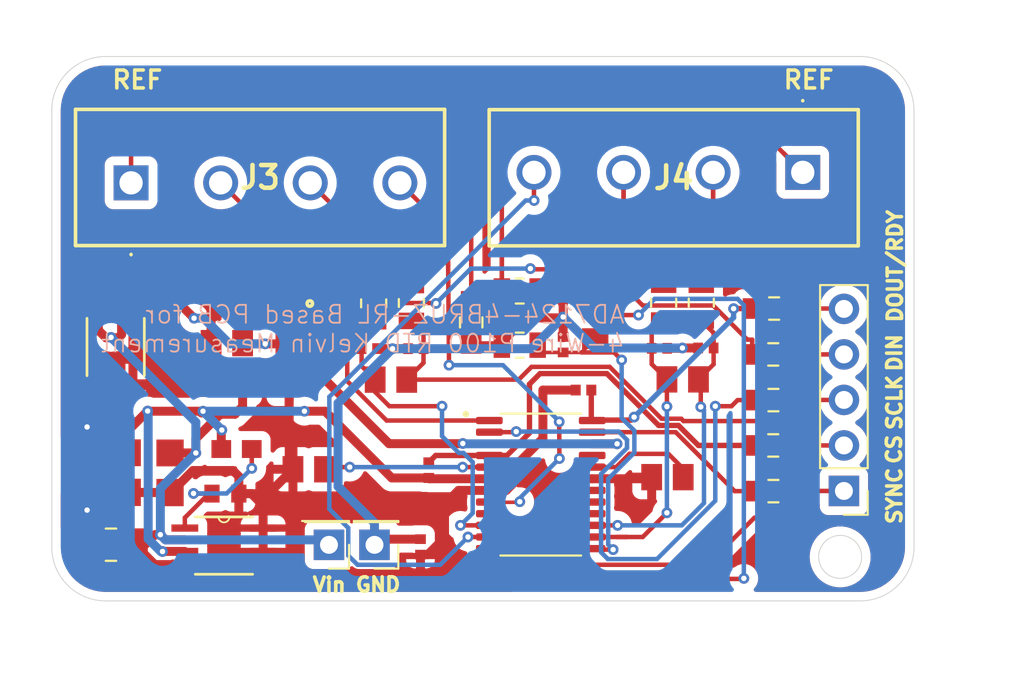
<source format=kicad_pcb>
(kicad_pcb (version 20240108) (generator "pcbnew") (generator_version "8.0")
  (layers (0 "F.Cu" signal) (31 "B.Cu" jumper) (34 "B.Paste" user) (35 "F.Paste" user) (36 "B.SilkS" user "B.Silkscreen") (37 "F.SilkS" user "F.Silkscreen") (38 "B.Mask" user) (39 "F.Mask" user) (44 "Edge.Cuts" user))
  (net 0 "")
  (net 1 "GND")
  (net 2 "Vin")
  (net 3 "ADC AVDD")
  (net 4 "ADC IOVDD")
  (net 5 "Net-(U1-REGCAPA)")
  (net 6 "/AIN1")
  (net 7 "/AIN2")
  (net 8 "Net-(U1-REGCAPD)")
  (net 9 "/AIN4")
  (net 10 "/AIN5")
  (net 11 "/REFIN1+")
  (net 12 "/REFIN1-")
  (net 13 "Net-(J2-Pin_2)")
  (net 14 "Net-(J2-Pin_4)")
  (net 15 "Net-(J2-Pin_1)")
  (net 16 "Net-(J2-Pin_3)")
  (net 17 "Net-(J2-Pin_5)")
  (net 18 "/REF")
  (net 19 "/RL3_SNR1")
  (net 20 "/RL2_SNR1")
  (net 21 "/RL1_SNR1")
  (net 22 "/RL2_SNR2")
  (net 23 "/RL1_SNR2")
  (net 24 "/RL3_SNR2")
  (net 25 "Net-(U2-ADJ)")
  (net 26 "Net-(R10-Pad1)")
  (net 27 "/CS")
  (net 28 "/DOUT{slash}RDY")
  (net 29 "/DIN")
  (net 30 "/SCLK")
  (net 31 "/SYNC")
  (net 37 "GNDA")
  (footprint "RT0402FRE0710KL:RESC1005X35N" (layer "F.Cu") (at 108.185 95.08 180)
    (property "Reference" "R12" (hide yes))
    (property "Value" "RT0402FRE0710KL" (hide yes))
  )
  (footprint "CC0805ZKY5V7BB475:CC0805ZKY5V7BB475" (layer "F.Cu") (at 85.11 99.6949 90)
    (property "Reference" "C4" (hide yes))
    (property "Value" "CC0805ZKY5V7BB475" (hide yes))
  )
  (footprint "AD7124-4BRUZ-RL:SOP65P640X120-24N" (layer "F.Cu") (at 105.8 100.355)
    (property "Reference" "U1" (hide yes))
    (property "Value" "AD7124-4BRUZ-RL" (hide yes))
  )
  (footprint "GCM155R71H103KA55D:CAPC1005X55N" (layer "F.Cu") (at 112.4234 92.7494)
    (property "Reference" "C14" (hide yes))
    (property "Value" "GCM155R71H103KA55D" (hide yes))
  )
  (footprint "CC0805ZKY5V7BB475:CC0805ZKY5V7BB475" (layer "F.Cu") (at 91.76 93.6049 90)
    (property "Reference" "C3" (hide yes))
    (property "Value" "CC0805ZKY5V7BB475" (hide yes))
  )
  (footprint "ERJ-UP6D20R0V:RES_ERJ-UP6D20R0V" (layer "F.Cu") (at 118.825 90.53 180)
    (property "Reference" "R18" (hide yes))
    (property "Value" "ERJ-UP6D20R0V" (hide yes))
  )
  (footprint "Connector_PinHeader_2.54mm:PinHeader_1x01_P2.54mm_Vertical" (layer "F.Cu") (at 93.98 103.718 180)
    (property "Reference" "J5" (hide yes))
    (property "Value" "VIn" (hide yes))
  )
  (footprint "GCM155R71H103KA55D:CAPC1005X55N" (layer "F.Cu") (at 99.088 103.832 -90)
    (property "Reference" "R15" (hide yes))
    (property "Value" "R" (hide yes))
  )
  (footprint "CRCW08051K00JNEA:RESC2012X50N" (layer "F.Cu") (at 112.6588 90.2 -90)
    (property "Reference" "R17" (hide yes))
    (property "Value" "CRCW08051K00JNEA " (hide yes))
  )
  (footprint "GCM155R71H103KA55D:CAPC1005X55N" (layer "F.Cu") (at 96.2326 92.7648)
    (property "Reference" "C11" (hide yes))
    (property "Value" "GCM155R71H103KA55D" (hide yes))
  )
  (footprint "GCM155R71H103KA55D:CAPC1005X55N" (layer "F.Cu") (at 107.05 92.548 90)
    (property "Reference" "C19" (hide yes))
    (property "Value" "GCM155R71H103KA55D" (hide yes))
  )
  (footprint "CC0805ZKY5V7BB475:CC0805ZKY5V7BB475" (layer "F.Cu") (at 82.72 99.6851 90)
    (property "Reference" "C7" (hide yes))
    (property "Value" "CC0805ZKY5V7BB475" (hide yes))
  )
  (footprint "CTB5202_4:CTB52024" (layer "F.Cu") (at 120.4214 82.931 180)
    (property "Reference" "J4")
    (property "Value" "CTB5202_4" (hide yes))
  )
  (footprint "ADP1720ARMZ-3.3-R7:SOP65P490X110-8N" (layer "F.Cu") (at 82.0748 92.6756 -90)
    (property "Reference" "IC1" (hide yes))
    (property "Value" "ADP1720ARMZ-3.3-R7" (hide yes))
  )
  (footprint "ERA2AEB301X:RES_ERA2AEB301X" (layer "F.Cu") (at 105.3442 91.0492)
    (property "Reference" "R10" (hide yes))
    (property "Value" "ERA2AEB301X" (hide yes))
  )
  (footprint "CTB5202_4:CTB52024" (layer "F.Cu") (at 82.9348 83.5152)
    (property "Reference" "J3")
    (property "Value" "CTB5202_4" (hide yes))
  )
  (footprint "ERJ-UP6D20R0V:RES_ERJ-UP6D20R0V" (layer "F.Cu") (at 118.775 93.09 180)
    (property "Reference" "R7" (hide yes))
    (property "Value" "ERJ-UP6D20R0V" (hide yes))
  )
  (footprint "CRCW08051K00JNEA:RESC2012X50N" (layer "F.Cu") (at 98.58 90.22 -90)
    (property "Reference" "R3" (hide yes))
    (property "Value" "CRCW08051K00JNEA " (hide yes))
  )
  (footprint "08055C104J4Z2A:CAPC2012X94N" (layer "F.Cu") (at 80.4844 99.3003 -90)
    (property "Reference" "C8" (hide yes))
    (property "Value" "08055C104J4Z2A" (hide yes))
  )
  (footprint "08055C104J4Z2A:CAPC2012X94N" (layer "F.Cu") (at 112.87 99.94 180)
    (property "Reference" "C9" (hide yes))
    (property "Value" "08055C104J4Z2A" (hide yes))
  )
  (footprint "RT0402FRE0710KL:RESC1005X35N" (layer "F.Cu") (at 99.55 99.55 -90)
    (property "Reference" "R11" (hide yes))
    (property "Value" "RT0402FRE0710KL" (hide yes))
  )
  (footprint "GCM155R71H103KA55D:CAPC1005X55N" (layer "F.Cu") (at 115.0146 92.7314 180)
    (property "Reference" "C15" (hide yes))
    (property "Value" "GCM155R71H103KA55D" (hide yes))
  )
  (footprint "ERA6AEB512V:RES_ERA6AEB512V" (layer "F.Cu") (at 101.9192 91.3032 90)
    (property "Reference" "R9" (hide yes))
    (property "Value" "ERA6AEB512V" (hide yes))
  )
  (footprint "ERJ-UP6D20R0V:RES_ERJ-UP6D20R0V" (layer "F.Cu") (at 118.785 100.72 180)
    (property "Reference" "R14" (hide yes))
    (property "Value" "ERJ-UP6D20R0V" (hide yes))
  )
  (footprint "ERJ3GEYJ273V:RESC1608X55" (layer "F.Cu") (at 88.82 98.37 180)
    (property "Reference" "R1" (hide yes))
    (property "Value" "ERJ-3GEYJ273V" (hide yes))
  )
  (footprint "CRCW08051K00JNEA:RESC2012X50N" (layer "F.Cu") (at 104.6276 92.5732)
    (property "Reference" "R6" (hide yes))
    (property "Value" "CRCW08051K00JNEA " (hide yes))
  )
  (footprint "08055C104J4Z2A:CAPC2012X94N" (layer "F.Cu") (at 88.28 92.46 180)
    (property "Reference" "C5" (hide yes))
    (property "Value" "08055C104J4Z2A" (hide yes))
  )
  (footprint "CRCW08051K00JNEA:RESC2012X50N" (layer "F.Cu") (at 96.4744 90.2398 -90)
    (property "Reference" "R4" (hide yes))
    (property "Value" "CRCW08051K00JNEA " (hide yes))
  )
  (footprint "C1206F105M5RACAUTO7210:C1206" (layer "F.Cu") (at 90.56 90.25 180)
    (property "Reference" "C6" (hide yes))
    (property "Value" "C1206F105M5RACAUTO7210" (hide yes))
  )
  (footprint "CGA5L3X5R1H106K160AB:CAPC3216X190N" (layer "F.Cu") (at 81.814 103.71 180)
    (property "Reference" "C2" (hide yes))
    (property "Value" "CGA5L3X5R1H106K160AB" (hide yes))
  )
  (footprint "CRCW08051K00JNEA:RESC2012X50N" (layer "F.Cu") (at 104.6276 89.5506)
    (property "Reference" "R5" (hide yes))
    (property "Value" "CRCW08051K00JNEA " (hide yes))
  )
  (footprint "08055C104J4Z2A:CAPC2012X94N" (layer "F.Cu") (at 97.4392 94.4976 180)
    (property "Reference" "C12" (hide yes))
    (property "Value" "08055C104J4Z2A" (hide yes))
  )
  (footprint "ERJ-UP6D20R0V:RES_ERJ-UP6D20R0V" (layer "F.Cu") (at 118.775 98.17 180)
    (property "Reference" "R13" (hide yes))
    (property "Value" "ERJ-UP6D20R0V" (hide yes))
  )
  (footprint "Connector_PinHeader_2.54mm:PinHeader_1x01_P2.54mm_Vertical" (layer "F.Cu") (at 96.52 103.718 180)
    (property "Reference" "J6" (hide yes))
    (property "Value" "GND" (hide yes))
  )
  (footprint "CRCW08051K00JNEA:RESC2012X50N" (layer "F.Cu") (at 114.76 90.2 -90)
    (property "Reference" "R19" (hide yes))
    (property "Value" "CRCW08051K00JNEA " (hide yes))
  )
  (footprint "Connector_PinHeader_2.54mm:PinHeader_1x05_P2.54mm_Vertical" (layer "F.Cu") (at 122.72 100.71 180)
    (property "Reference" "J2" (hide yes))
    (property "Value" "Screw_Terminal_01x05" (hide yes))
  )
  (footprint "ERJ-UP6D20R0V:RES_ERJ-UP6D20R0V" (layer "F.Cu") (at 118.785 95.64 180)
    (property "Reference" "R8" (hide yes))
    (property "Value" "ERJ-UP6D20R0V" (hide yes))
  )
  (footprint "GCM155R71H103KA55D:CAPC1005X55N" (layer "F.Cu") (at 98.8236 92.77 180)
    (property "Reference" "C10" (hide yes))
    (property "Value" "GCM155R71H103KA55D" (hide yes))
  )
  (footprint "08055C104J4Z2A:CAPC2012X94N" (layer "F.Cu") (at 92.85 99.5 180)
    (property "Reference" "C13" (hide yes))
    (property "Value" "08055C104J4Z2A" (hide yes))
  )
  (footprint "ADP1720ARMZ-R7:SOP65P490X110-8N" (layer "F.Cu") (at 88.12 103.76)
    (property "Reference" "U2" (hide yes))
    (property "Value" "ADP1720ARMZ-R7" (hide yes))
  )
  (footprint "GCM155R71H103KA55D:CAPC1005X55N" (layer "F.Cu") (at 107.0246 89.5762 -90)
    (property "Reference" "C17" (hide yes))
    (property "Value" "GCM155R71H103KA55D" (hide yes))
  )
  (footprint "CRCW060357K6FKEA:RESC1608X50N" (layer "F.Cu") (at 88.2 100.86 180)
    (property "Reference" "R2" (hide yes))
    (property "Value" "CRCW060357K6FKEA" (hide yes))
  )
  (footprint "08055C104J4Z2A:CAPC2012X94N" (layer "F.Cu") (at 88.28 94.73 180)
    (property "Reference" "C1" (hide yes))
    (property "Value" "08055C104J4Z2A" (hide yes))
  )
  (footprint "08055C104J4Z2A:CAPC2012X94N" (layer "F.Cu") (at 108.84 91.33 -90)
    (property "Reference" "C18" (hide yes))
    (property "Value" "08055C104J4Z2A" (hide yes))
  )
  (footprint "08055C104J4Z2A:CAPC2012X94N" (layer "F.Cu") (at 113.723 94.484)
    (property "Reference" "C16" (hide yes))
    (property "Value" "08055C104J4Z2A" (hide yes))
  )
  (gr_line (start 104.65 101.34) (end 103.07 101.35) (stroke (width 0.2)) (layer "F.Cu") (net 21))
  (gr_line (start 126.63 79.465) (end 126.63 103.845) (stroke (width 0.05)) (layer "Edge.Cuts"))
  (gr_arc (start 78.51 79.465) (mid 79.38868 77.34368) (end 81.51 76.465) (stroke (width 0.05)) (layer "Edge.Cuts"))
  (gr_line (start 81.51 76.465) (end 123.63 76.465) (stroke (width 0.05)) (layer "Edge.Cuts"))
  (gr_circle (center 122.51 104.39) (end 123.71 104.39) (stroke (width 0.05)) (fill none) (layer "Edge.Cuts"))
  (gr_arc (start 126.63 103.845) (mid 125.75132 105.96632) (end 123.63 106.845) (stroke (width 0.05)) (layer "Edge.Cuts"))
  (gr_line (start 123.63 106.845) (end 81.51 106.845) (stroke (width 0.05)) (layer "Edge.Cuts"))
  (gr_arc (start 81.51 106.845) (mid 79.38868 105.96632) (end 78.51 103.845) (stroke (width 0.05)) (layer "Edge.Cuts"))
  (gr_line (start 78.51 103.845) (end 78.51 79.465) (stroke (width 0.05)) (layer "Edge.Cuts"))
  (gr_arc (start 123.63 76.465) (mid 125.75132 77.34368) (end 126.63 79.465) (stroke (width 0.05)) (layer "Edge.Cuts"))
  (gr_text "AD7124-4BRUZ-RL Based PCB for \n4-Wire P100 RTD Kelvin Measurement" (at 110.55 93.06 0) (layer "B.SilkS") (effects (font (size 1 1) (thickness 0.1)) (justify left bottom mirror)))
  (gr_text "DOUT/RDY" (at 126.04 91.4 90) (layer "F.SilkS") (effects (font (size 0.8 0.8) (thickness 0.2) (bold yes)) (justify left bottom)))
  (gr_text "SYNC\n" (at 126.01 102.66 90) (layer "F.SilkS") (effects (font (size 0.8 0.8) (thickness 0.2) (bold yes)) (justify left bottom)))
  (gr_text "REF" (at 119.24 78.35 0) (layer "F.SilkS") (effects (font (size 1 1) (thickness 0.2)) (justify left bottom)))
  (gr_text "REF" (at 81.77 78.35 0) (layer "F.SilkS") (effects (font (size 1 1) (thickness 0.2)) (justify left bottom)))
  (gr_text "CS\n" (at 125.99 99.3 90) (layer "F.SilkS") (effects (font (size 0.8 0.8) (thickness 0.2) (bold yes)) (justify left bottom)))
  (gr_text "SCLK\n" (at 126.01 97.41 90) (layer "F.SilkS") (effects (font (size 0.8 0.8) (thickness 0.2) (bold yes)) (justify left bottom)))
  (gr_text "Vin\n" (at 92.97 106.42 0) (layer "F.SilkS") (effects (font (size 0.8 0.8) (thickness 0.2) (bold yes)) (justify left bottom)))
  (gr_text "DIN\n" (at 126.01 94.14 90) (layer "F.SilkS") (effects (font (size 0.8 0.8) (thickness 0.2) (bold yes)) (justify left bottom)))
  (gr_text "GND" (at 95.37 106.41 0) (layer "F.SilkS") (effects (font (size 0.8 0.8) (thickness 0.2) (bold yes)) (justify left bottom)))
  (segment (start 87.4 93.455) (end 87.4 92.46) (width 0.5) (layer "F.Cu") (net 1))
  (segment (start 80.4844 103.704) (end 80.478 103.71) (width 0.5) (layer "F.Cu") (net 1))
  (segment (start 80.4844 100.18) (end 82.1104 100.18) (width 0.5) (layer "F.Cu") (net 1))
  (segment (start 87.42 93.475) (end 87.4 93.455) (width 0.5) (layer "F.Cu") (net 1))
  (segment (start 80.4844 100.18) (end 80.4844 100.1803) (width 0.5) (layer "F.Cu") (net 1))
  (segment (start 104.524 100.03) (end 103.874 100.68) (width 0.5) (layer "F.Cu") (net 1))
  (segment (start 82.1104 100.18) (end 82.72 100.79) (width 0.5) (layer "F.Cu") (net 1))
  (segment (start 87.42 94.56) (end 87.42 93.475) (width 0.5) (layer "F.Cu") (net 1))
  (segment (start 91.76 99.29) (end 91.97 99.5) (width 0.5) (layer "F.Cu") (net 1))
  (segment (start 86.39 99.57) (end 85.1602 100.8) (width 0.5) (layer "F.Cu") (net 1))
  (segment (start 100.59 101.3) (end 100.43 101.46) (width 0.5) (layer "F.Cu") (net 1))
  (segment (start 91.76 94.7098) (end 91.76 97.2344) (width 0.5) (layer "F.Cu") (net 1))
  (segment (start 88.75 90.25) (end 87.83 90.25) (width 0.5) (layer "F.Cu") (net 1))
  (segment (start 100.43 103.328) (end 99.494 104.264) (width 0.5) (layer "F.Cu") (net 1))
  (segment (start 90.3044 104.085) (end 90.3044 104.738) (width 0.5) (layer "F.Cu") (net 1))
  (segment (start 88.95 99.9) (end 88.62 99.57) (width 0.5) (layer "F.Cu") (net 1))
  (segment (start 103.874 100.68) (end 102.93 100.68) (width 0.5) (layer "F.Cu") (net 1))
  (segment (start 90.3044 102.7819) (end 90.3044 103.4403) (width 0.5) (layer "F.Cu") (net 1))
  (segment (start 82.7298 100.8) (end 82.72 100.79) (width 0.5) (layer "F.Cu") (net 1))
  (segment (start 83.04 90.4912) (end 83.04 94.86) (width 0.5) (layer "F.Cu") (net 1))
  (segment (start 88.75 90.25) (end 89.06 90.25) (width 0.5) (layer "F.Cu") (net 1))
  (segment (start 80.4844 100.18) (end 80.2294 100.18) (width 0.5) (layer "F.Cu") (net 1))
  (segment (start 87.83 90.25) (end 87.4 90.68) (width 0.5) (layer "F.Cu") (net 1))
  (segment (start 102.93 100.68) (end 101.21 100.68) (width 0.5) (layer "F.Cu") (net 1))
  (segment (start 92.3152 101.3) (end 100.59 101.3) (width 0.5) (layer "F.Cu") (net 1))
  (segment (start 87.42 93.475) (end 87.42 92.39) (width 0.5) (layer "F.Cu") (net 1))
  (segment (start 88.62 99.57) (end 86.39 99.57) (width 0.5) (layer "F.Cu") (net 1))
  (segment (start 87.4 90.68) (end 87.4 92.46) (width 0.5) (layer "F.Cu") (net 1))
  (segment (start 99.494 104.264) (end 99.088 104.264) (width 0.5) (layer "F.Cu") (net 1))
  (segment (start 81.7446 94.86) (end 81.1096 94.86) (width 0.5) (layer "F.Cu") (net 1))
  (segment (start 90.3044 101.514) (end 90.3044 102.7819) (width 0.5) (layer "F.Cu") (net 1))
  (segment (start 88.95 100.86) (end 89.65 100.86) (width 0.5) (layer "F.Cu") (net 1))
  (segment (start 85.1098 100.8) (end 82.7298 100.8) (width 0.5) (layer "F.Cu") (net 1))
  (segment (start 90.3044 103.4403) (end 90.3044 104.085) (width 0.5) (layer "F.Cu") (net 1))
  (segment (start 87.23 94.73) (end 87.24 94.74) (width 0.5) (layer "F.Cu") (net 1))
  (segment (start 90.195 101.275) (end 91.97 99.5) (width 0.5) (layer "F.Cu") (net 1))
  (segment (start 101.21 100.68) (end 100.59 101.3) (width 0.5) (layer "F.Cu") (net 1))
  (segment (start 90.22 101.3) (end 92.3152 101.3) (width 0.5) (layer "F.Cu") (net 1))
  (segment (start 108.67 100.03) (end 111.9 100.03) (width 0.5) (layer "F.Cu") (net 1))
  (segment (start 111.9 100.03) (end 111.99 99.94) (width 0.5) (layer "F.Cu") (net 1))
  (segment (start 83.04 94.86) (end 82.405 94.86) (width 0.5) (layer "F.Cu") (net 1))
  (segment (start 100.43 101.46) (end 100.43 103.328) (width 0.5) (layer "F.Cu") (net 1))
  (segment (start 87.23 94.73) (end 83.17 94.73) (width 0.5) (layer "F.Cu") (net 1))
  (segment (start 89.65 100.86) (end 90.065 101.275) (width 0.5) (layer "F.Cu") (net 1))
  (segment (start 83.17 94.73) (end 83.04 94.86) (width 0.5) (layer "F.Cu") (net 1))
  (segment (start 80.4844 100.1803) (end 80.4844 101.776) (width 0.5) (layer "F.Cu") (net 1))
  (segment (start 108.67 100.03) (end 104.524 100.03) (width 0.5) (layer "F.Cu") (net 1))
  (segment (start 90.065 101.275) (end 90.195 101.275) (width 0.5) (layer "F.Cu") (net 1))
  (segment (start 91.76 97.2344) (end 91.76 99.29) (width 0.5) (layer "F.Cu") (net 1))
  (segment (start 100.59 101.3) (end 100.43 101.46) (width 0.5) (layer "F.Cu") (net 1))
  (segment (start 87.4 94.73) (end 87.23 94.73) (width 0.5) (layer "F.Cu") (net 1))
  (segment (start 80.4844 101.776) (end 80.48 101.78) (width 0.5) (layer "F.Cu") (net 1))
  (segment (start 85.1098 100.8) (end 85.11 100.7998) (width 0.5) (layer "F.Cu") (net 1))
  (segment (start 90.065 101.275) (end 90.3044 101.514) (width 0.5) (layer "F.Cu") (net 1))
  (segment (start 80.48 97.14) (end 80.48 95.4896) (width 0.5) (layer "F.Cu") (net 1))
  (segment (start 82.405 94.86) (end 81.7446 94.86) (width 0.5) (layer "F.Cu") (net 1))
  (segment (start 85.1602 100.8) (end 85.1098 100.8) (width 0.5) (layer "F.Cu") (net 1))
  (segment (start 90.195 101.275) (end 90.22 101.3) (width 0.5) (layer "F.Cu") (net 1))
  (segment (start 80.48 101.78) (end 80.4844 101.784) (width 0.5) (layer "F.Cu") (net 1))
  (segment (start 80.4844 101.784) (end 80.4844 103.704) (width 0.5) (layer "F.Cu") (net 1))
  (segment (start 88.95 100.86) (end 88.95 99.9) (width 0.5) (layer "F.Cu") (net 1))
  (segment (start 87.24 94.74) (end 87.42 94.56) (width 0.5) (layer "F.Cu") (net 1))
  (segment (start 80.48 95.4896) (end 81.1096 94.86) (width 0.5) (layer "F.Cu") (net 1))
  (via (at 80.48 97.14) (size 0.6) (drill 0.3) (layers "F.Cu" "B.Cu") (net 1))
  (via (at 80.48 101.78) (size 0.6) (drill 0.3) (layers "F.Cu" "B.Cu") (net 1))
  (segment (start 80.48 97.14) (end 80.48 101.78) (width 0.5) (layer "B.Cu") (net 1))
  (segment (start 85.11 98.59) (end 86.55 98.59) (width 0.5) (layer "F.Cu") (net 2))
  (segment (start 85.8536 104.82) (end 85.9356 104.738) (width 0.5) (layer "F.Cu") (net 2))
  (segment (start 89.16 96) (end 88.73 96.43) (width 0.5) (layer "F.Cu") (net 2))
  (segment (start 84.57 103.15) (end 84.855 103.435) (width 0.5) (layer "F.Cu") (net 2))
  (segment (start 81.1096 90.4912) (end 81.1096 91.7405) (width 0.5) (layer "F.Cu") (net 2))
  (segment (start 82.405 91.985) (end 82.405 90.4912) (width 0.5) (layer "F.Cu") (net 2))
  (segment (start 81.1096 91.7405) (end 81.5291 92.16) (width 0.5) (layer "F.Cu") (net 2))
  (segment (start 89.16 94.73) (end 89.16 96) (width 0.5) (layer "F.Cu") (net 2))
  (segment (start 82.23 92.16) (end 82.405 91.985) (width 0.5) (layer "F.Cu") (net 2))
  (segment (start 81.8 92.16) (end 81.82 92.14) (width 0.5) (layer "F.Cu") (net 2))
  (segment (start 87.91 96.43) (end 86.55 97.79) (width 0.5) (layer "F.Cu") (net 2))
  (segment (start 88.73 96.43) (end 87.91 96.43) (width 0.5) (layer "F.Cu") (net 2))
  (segment (start 81.5291 92.16) (end 81.8 92.16) (width 0.5) (layer "F.Cu") (net 2))
  (segment (start 84.57 103.15) (end 84.27 103.15) (width 0.5) (layer "F.Cu") (net 2))
  (segment (start 83.15 103.71) (end 83.425 103.435) (width 0.5) (layer "F.Cu") (net 2))
  (segment (start 81.84 92.16) (end 82.23 92.16) (width 0.5) (layer "F.Cu") (net 2))
  (segment (start 83.15 103.71) (end 84.26 104.82) (width 0.5) (layer "F.Cu") (net 2))
  (segment (start 81.82 92.14) (end 81.84 92.16) (width 0.5) (layer "F.Cu") (net 2))
  (segment (start 84.27 103.15) (end 83.71 103.71) (width 0.5) (layer "F.Cu") (net 2))
  (segment (start 84.26 104.82) (end 85.8536 104.82) (width 0.5) (layer "F.Cu") (net 2))
  (segment (start 83.71 103.71) (end 83.15 103.71) (width 0.5) (layer "F.Cu") (net 2))
  (segment (start 84.855 103.435) (end 85.9356 103.435) (width 0.5) (layer "F.Cu") (net 2))
  (segment (start 86.55 97.79) (end 86.55 98.59) (width 0.5) (layer "F.Cu") (net 2))
  (via (at 84.57 103.15) (size 0.6) (drill 0.3) (layers "F.Cu" "B.Cu") (net 2))
  (via (at 86.55 98.59) (size 0.6) (drill 0.3) (layers "F.Cu" "B.Cu") (net 2))
  (via (at 81.82 92.14) (size 0.6) (drill 0.3) (layers "F.Cu" "B.Cu") (net 2))
  (segment (start 84.57 103.15) (end 84.57 100.57) (width 0.5) (layer "B.Cu") (net 2))
  (segment (start 84.57 100.57) (end 86.55 98.59) (width 0.5) (layer "B.Cu") (net 2))
  (segment (start 86.55 96.87) (end 86.55 98.59) (width 0.5) (layer "B.Cu") (net 2))
  (segment (start 84.57 103.15) (end 84.56 103.16) (width 0.5) (layer "B.Cu") (net 2))
  (segment (start 93.702 103.44) (end 84.86 103.44) (width 0.5) (layer "B.Cu") (net 2))
  (segment (start 93.98 103.718) (end 93.702 103.44) (width 0.5) (layer "B.Cu") (net 2))
  (segment (start 84.86 103.44) (end 84.57 103.15) (width 0.5) (layer "B.Cu") (net 2))
  (segment (start 81.82 92.14) (end 86.55 96.87) (width 0.5) (layer "B.Cu") (net 2))
  (segment (start 90.42 92.5) (end 91.76 92.5) (width 0.5) (layer "F.Cu") (net 3))
  (segment (start 90.42 92.5) (end 89.2 92.5) (width 0.5) (layer "F.Cu") (net 3))
  (segment (start 90.42 92.5) (end 90.41 92.49) (width 0.5) (layer "F.Cu") (net 3))
  (segment (start 84.7719 89.3919) (end 81.8391 89.3919) (width 0.5) (layer "F.Cu") (net 3))
  (segment (start 108.67 98.08) (end 110.06 98.08) (width 0.5) (layer "F.Cu") (net 3))
  (segment (start 81.7446 89.4864) (end 81.7446 90.4912) (width 0.5) (layer "F.Cu") (net 3))
  (segment (start 97.33 98.07) (end 101.44 98.07) (width 0.5) (layer "F.Cu") (net 3))
  (segment (start 89.2 92.5) (end 89.16 92.46) (width 0.5) (layer "F.Cu") (net 3))
  (segment (start 86.4454 91.0746) (end 86.45 91.07) (width 0.5) (layer "F.Cu") (net 3))
  (segment (start 86.45 91.07) (end 84.7719 89.3919) (width 0.5) (layer "F.Cu") (net 3))
  (segment (start 92.06 92.2) (end 91.76 92.5) (width 0.5) (layer "F.Cu") (net 3))
  (segment (start 81.8391 89.3919) (end 81.7446 89.4864) (width 0.5) (layer "F.Cu") (net 3))
  (segment (start 91.76 92.5) (end 97.33 98.07) (width 0.5) (layer "F.Cu") (net 3))
  (segment (start 92.06 90.25) (end 92.06 92.2) (width 0.5) (layer "F.Cu") (net 3))
  (segment (start 101.44 98.07) (end 101.45 98.06) (width 0.5) (layer "F.Cu") (net 3))
  (via (at 86.45 91.07) (size 0.6) (drill 0.3) (layers "F.Cu" "B.Cu") (net 3))
  (via (at 110.06 98.08) (size 0.6) (drill 0.3) (layers "F.Cu" "B.Cu") (net 3))
  (via (at 90.42 92.5) (size 0.6) (drill 0.3) (layers "F.Cu" "B.Cu") (net 3))
  (via (at 101.45 98.06) (size 0.6) (drill 0.3) (layers "F.Cu" "B.Cu") (net 3))
  (segment (start 90.42 92.5) (end 88.42 92.5) (width 0.5) (layer "B.Cu") (net 3))
  (segment (start 101.45 98.06) (end 101.43 98.08) (width 0.5) (layer "B.Cu") (net 3))
  (segment (start 86.99 91.07) (end 86.45 91.07) (width 0.5) (layer "B.Cu") (net 3))
  (segment (start 101.47 98.08) (end 101.45 98.06) (width 0.5) (layer "B.Cu") (net 3))
  (segment (start 88.42 92.5) (end 86.99 91.07) (width 0.5) (layer "B.Cu") (net 3))
  (segment (start 110.06 98.08) (end 101.47 98.08) (width 0.5) (layer "B.Cu") (net 3))
  (segment (start 82.72 97.39) (end 82.72 98.5802) (width 0.5) (layer "F.Cu") (net 4))
  (segment (start 86.95 96.26) (end 86.97 96.26) (width 0.5) (layer "F.Cu") (net 4))
  (segment (start 88 97.31) (end 88.02 97.33) (width 0.5) (layer "F.Cu") (net 4))
  (segment (start 82.5601 98.4204) (end 82.72 98.5802) (width 0.5) (layer "F.Cu") (net 4))
  (segment (start 99.58 100.015) (end 99.55 99.985) (width 0.5) (layer "F.Cu") (net 4))
  (segment (start 87.97 97.34) (end 87.97 98.37) (width 0.5) (layer "F.Cu") (net 4))
  (segment (start 102.93 100.03) (end 103.66777 100.03) (width 0.5) (layer "F.Cu") (net 4))
  (segment (start 80.4845 98.4204) (end 80.4844 98.4203) (width 0.5) (layer "F.Cu") (net 4))
  (segment (start 99.55 99.985) (end 97.485 99.985) (width 0.5) (layer "F.Cu") (net 4))
  (segment (start 86.97 96.26) (end 86.87 96.36) (width 0.5) (layer "F.Cu") (net 4))
  (segment (start 88 97.31) (end 87.97 97.34) (width 0.5) (layer "F.Cu") (net 4))
  (segment (start 83.86 96.25) (end 83.87 96.26) (width 0.5) (layer "F.Cu") (net 4))
  (segment (start 80.4844 98.4204) (end 80.4845 98.4204) (width 0.5) (layer "F.Cu") (net 4))
  (segment (start 83.87 96.26) (end 86.95 96.26) (width 0.5) (layer "F.Cu") (net 4))
  (segment (start 83.86 96.25) (end 82.72 97.39) (width 0.5) (layer "F.Cu") (net 4))
  (segment (start 103.66777 100.03) (end 105.92 97.77777) (width 0.5) (layer "F.Cu") (net 4))
  (segment (start 93.76 96.26) (end 92.61 96.26) (width 0.5) (layer "F.Cu") (net 4))
  (segment (start 102.93 100.03) (end 99.595 100.03) (width 0.5) (layer "F.Cu") (net 4))
  (segment (start 99.58 100.015) (end 99.55 99.985) (width 0.5) (layer "F.Cu") (net 4))
  (segment (start 105.92 95.08) (end 107.75 95.08) (width 0.5) (layer "F.Cu") (net 4))
  (segment (start 84.84 104.09) (end 84.69 104.09) (width 0.5) (layer "F.Cu") (net 4))
  (segment (start 105.92 97.77777) (end 105.92 95.08) (width 0.5) (layer "F.Cu") (net 4))
  (segment (start 80.4845 98.4204) (end 82.5601 98.4204) (width 0.5) (layer "F.Cu") (net 4))
  (segment (start 84.835 104.085) (end 84.84 104.09) (width 0.5) (layer "F.Cu") (net 4))
  (segment (start 97.485 99.985) (end 93.76 96.26) (width 0.5) (layer "F.Cu") (net 4))
  (segment (start 99.595 100.03) (end 99.58 100.015) (width 0.5) (layer "F.Cu") (net 4))
  (segment (start 85.9356 104.085) (end 84.835 104.085) (width 0.5) (layer "F.Cu") (net 4))
  (via (at 84.69 104.09) (size 0.6) (drill 0.3) (layers "F.Cu" "B.Cu") (net 4))
  (via (at 88 97.31) (size 0.6) (drill 0.3) (layers "F.Cu" "B.Cu") (net 4))
  (via (at 92.61 96.26) (size 0.6) (drill 0.3) (layers "F.Cu" "B.Cu") (net 4))
  (via (at 86.95 96.26) (size 0.6) (drill 0.3) (layers "F.Cu" "B.Cu") (net 4))
  (via (at 83.86 96.25) (size 0.6) (drill 0.3) (layers "F.Cu" "B.Cu") (net 4))
  (segment (start 92.61 96.26) (end 86.95 96.26) (width 0.5) (layer "B.Cu") (net 4))
  (segment (start 83.89 96.28) (end 83.89 103.389) (width 0.5) (layer "B.Cu") (net 4))
  (segment (start 83.89 103.389) (end 84.5908 104.09) (width 0.5) (layer "B.Cu") (net 4))
  (segment (start 88 97.31) (end 86.95 96.26) (width 0.5) (layer "B.Cu") (net 4))
  (segment (start 83.86 96.25) (end 83.89 96.28) (width 0.5) (layer "B.Cu") (net 4))
  (segment (start 84.5908 104.09) (end 84.69 104.09) (width 0.5) (layer "B.Cu") (net 4))
  (segment (start 110.01 99.38) (end 108.67 99.38) (width 0.25) (layer "F.Cu") (net 5))
  (segment (start 113.75 99.94) (end 113.75 99.47) (width 0.25) (layer "F.Cu") (net 5))
  (segment (start 112.92 98.64) (end 110.75 98.64) (width 0.25) (layer "F.Cu") (net 5))
  (segment (start 110.75 98.64) (end 110.01 99.38) (width 0.25) (layer "F.Cu") (net 5))
  (segment (start 113.75 99.47) (end 112.92 98.64) (width 0.25) (layer "F.Cu") (net 5))
  (segment (start 113.77033 96.81) (end 118.42 96.81) (width 0.25) (layer "F.Cu") (net 6))
  (segment (start 104.5724 94.4976) (end 105.285 93.785) (width 0.25) (layer "F.Cu") (net 6))
  (segment (start 99.2556 91.8956) (end 99.2556 92.77) (width 0.25) (layer "F.Cu") (net 6))
  (segment (start 106.525 104.83) (end 103.675 101.98) (width 0.25) (layer "F.Cu") (net 6))
  (segment (start 118.78 102.2) (end 117.73 102.2) (width 0.25) (layer "F.Cu") (net 6))
  (segment (start 109.64533 93.785) (end 112.54033 96.68) (width 0.25) (layer "F.Cu") (net 6))
  (segment (start 99.2556 93.5612) (end 99.2556 92.77) (width 0.25) (layer "F.Cu") (net 6))
  (segment (start 117.73 102.2) (end 115.1 104.83) (width 0.25) (layer "F.Cu") (net 6))
  (segment (start 113.64033 96.68) (end 113.77033 96.81) (width 0.25) (layer "F.Cu") (net 6))
  (segment (start 112.54033 96.68) (end 113.64033 96.68) (width 0.25) (layer "F.Cu") (net 6))
  (segment (start 103.675 101.98) (end 102.93 101.98) (width 0.25) (layer "F.Cu") (net 6))
  (segment (start 98.3192 94.4976) (end 99.2556 93.5612) (width 0.25) (layer "F.Cu") (net 6))
  (segment (start 105.285 93.785) (end 109.64533 93.785) (width 0.25) (layer "F.Cu") (net 6))
  (segment (start 118.78 97.17) (end 118.78 102.2) (width 0.25) (layer "F.Cu") (net 6))
  (segment (start 98.58 91.22) (end 99.2556 91.8956) (width 0.25) (layer "F.Cu") (net 6))
  (segment (start 98.3192 94.4976) (end 104.5724 94.4976) (width 0.25) (layer "F.Cu") (net 6))
  (segment (start 118.42 96.81) (end 118.78 97.17) (width 0.25) (layer "F.Cu") (net 6))
  (segment (start 115.1 104.83) (end 106.525 104.83) (width 0.25) (layer "F.Cu") (net 6))
  (segment (start 96.5592 94.4976) (end 95.8006 93.739) (width 0.25) (layer "F.Cu") (net 7))
  (segment (start 96.5592 94.4976) (end 96.5592 95.1892) (width 0.25) (layer "F.Cu") (net 7))
  (segment (start 97.35 95.98) (end 100.2894 95.98) (width 0.25) (layer "F.Cu") (net 7))
  (segment (start 95.8006 93.739) (end 95.8006 92.7648) (width 0.25) (layer "F.Cu") (net 7))
  (segment (start 96.5592 95.1892) (end 97.35 95.98) (width 0.25) (layer "F.Cu") (net 7))
  (segment (start 101.32 102.63) (end 102.93 102.63) (width 0.25) (layer "F.Cu") (net 7))
  (segment (start 96.4744 91.2398) (end 95.8006 91.9136) (width 0.25) (layer "F.Cu") (net 7))
  (segment (start 95.8006 91.9136) (end 95.8006 92.7648) (width 0.25) (layer "F.Cu") (net 7))
  (via (at 101.32 102.63) (size 0.6) (drill 0.3) (layers "F.Cu" "B.Cu") (net 7))
  (via (at 100.2894 95.98) (size 0.6) (drill 0.3) (layers "F.Cu" "B.Cu") (net 7))
  (segment (start 101.4854 98.5879) (end 102.0006 99.1031) (width 0.25) (layer "B.Cu") (net 7))
  (segment (start 100.2894 97.6514) (end 101.2259 98.5879) (width 0.25) (layer "B.Cu") (net 7))
  (segment (start 100.2894 95.98) (end 100.2894 97.6514) (width 0.25) (layer "B.Cu") (net 7))
  (segment (start 102.0006 101.9494) (end 101.32 102.63) (width 0.25) (layer "B.Cu") (net 7))
  (segment (start 101.2259 98.5879) (end 101.4854 98.5879) (width 0.25) (layer "B.Cu") (net 7))
  (segment (start 102.0006 99.1031) (end 102.0006 101.9494) (width 0.25) (layer "B.Cu") (net 7))
  (segment (start 102.93 99.38) (end 101.45 99.38) (width 0.25) (layer "F.Cu") (net 8))
  (segment (start 101.45 99.38) (end 101.44 99.38) (width 0.25) (layer "F.Cu") (net 8))
  (segment (start 95.14 99.38) (end 93.85 99.38) (width 0.25) (layer "F.Cu") (net 8))
  (segment (start 93.85 99.38) (end 93.73 99.5) (width 0.25) (layer "F.Cu") (net 8))
  (segment (start 101.44 99.38) (end 101.45 99.38) (width 0.25) (layer "F.Cu") (net 8))
  (via (at 101.44 99.38) (size 0.6) (drill 0.3) (layers "F.Cu" "B.Cu") (net 8))
  (via (at 95.14 99.38) (size 0.6) (drill 0.3) (layers "F.Cu" "B.Cu") (net 8))
  (segment (start 101.44 99.38) (end 95.28 99.38) (width 0.25) (layer "B.Cu") (net 8))
  (segment (start 95.28 99.38) (end 95.14 99.38) (width 0.25) (layer "B.Cu") (net 8))
  (segment (start 95.14 99.38) (end 95.28 99.38) (width 0.25) (layer "B.Cu") (net 8))
  (segment (start 111.9914 92.7495) (end 111.9914 92.7494) (width 0.25) (layer "F.Cu") (net 9))
  (segment (start 111.991 91.8674) (end 111.991 92.7499) (width 0.25) (layer "F.Cu") (net 9))
  (segment (start 112.84 96) (end 112.843 95.977) (width 0.25) (layer "F.Cu") (net 9))
  (segment (start 110.58 103.28) (end 111.49 103.28) (width 0.25) (layer "F.Cu") (net 9))
  (segment (start 111.991 92.7499) (end 111.991 93.6324) (width 0.25) (layer "F.Cu") (net 9))
  (segment (start 112.843 94.484) (end 112.84 96) (width 0.25) (layer "F.Cu") (net 9))
  (segment (start 110.58 103.28) (end 110.08 103.28) (width 0.25) (layer "F.Cu") (net 9))
  (segment (start 110.08 103.28) (end 110.58 103.28) (width 0.25) (layer "F.Cu") (net 9))
  (segment (start 112.325 91.5337) (end 112.3251 91.5337) (width 0.25) (layer "F.Cu") (net 9))
  (segment (start 112.3251 91.5337) (end 112.6588 91.2) (width 0.25) (layer "F.Cu") (net 9))
  (segment (start 111.991 93.6324) (end 112.843 94.484) (width 0.25) (layer "F.Cu") (net 9))
  (segment (start 112.659 91.2) (end 112.325 91.5337) (width 0.25) (layer "F.Cu") (net 9))
  (segment (start 112.325 91.5337) (end 111.991 91.8674) (width 0.25) (layer "F.Cu") (net 9))
  (segment (start 111.49 103.28) (end 112.84 101.93) (width 0.25) (layer "F.Cu") (net 9))
  (segment (start 111.991 92.7499) (end 111.9914 92.7495) (width 0.25) (layer "F.Cu") (net 9))
  (segment (start 108.67 103.28) (end 110.08 103.28) (width 0.25) (layer "F.Cu") (net 9))
  (via (at 112.84 96) (size 0.6) (drill 0.3) (layers "F.Cu" "B.Cu") (net 9))
  (via (at 112.84 101.93) (size 0.6) (drill 0.3) (layers "F.Cu" "B.Cu") (net 9))
  (segment (start 112.84 101.93) (end 112.84 96) (width 0.25) (layer "B.Cu") (net 9))
  (segment (start 115.447 92.7635) (end 115.4466 92.7631) (width 0.25) (layer "F.Cu") (net 10))
  (segment (start 115.447 92.7635) (end 115.447 91.8866) (width 0.25) (layer "F.Cu") (net 10))
  (segment (start 114.603 94.484) (end 115.447 93.6404) (width 0.25) (layer "F.Cu") (net 10))
  (segment (start 115.447 91.8866) (end 114.76 91.2) (width 0.25) (layer "F.Cu") (net 10))
  (segment (start 108.67 102.63) (end 110.09 102.63) (width 0.25) (layer "F.Cu") (net 10))
  (segment (start 114.73 94.611) (end 114.603 94.484) (width 0.25) (layer "F.Cu") (net 10))
  (segment (start 115.447 93.6404) (end 115.447 92.7635) (width 0.25) (layer "F.Cu") (net 10))
  (segment (start 114.73 96.02) (end 114.73 94.611) (width 0.25) (layer "F.Cu") (net 10))
  (segment (start 115.4466 92.7631) (end 115.4466 92.7314) (width 0.25) (layer "F.Cu") (net 10))
  (via (at 114.73 96.02) (size 0.6) (drill 0.3) (layers "F.Cu" "B.Cu") (net 10))
  (via (at 110.09 102.63) (size 0.6) (drill 0.3) (layers "F.Cu" "B.Cu") (net 10))
  (segment (start 114.91 96.2) (end 114.73 96.02) (width 0.25) (layer "B.Cu") (net 10))
  (segment (start 114.91 101.39) (end 114.91 96.2) (width 0.25) (layer "B.Cu") (net 10))
  (segment (start 114.73 96.02) (end 114.71 96.03) (width 0.25) (layer "B.Cu") (net 10))
  (segment (start 110.09 102.63) (end 113.67 102.63) (width 0.25) (layer "B.Cu") (net 10))
  (segment (start 113.67 102.63) (end 114.91 101.39) (width 0.25) (layer "B.Cu") (net 10))
  (segment (start 107.534 89.1442) (end 108.84 90.45) (width 0.2) (layer "F.Cu") (net 11))
  (segment (start 105.8311 89.7538) (end 106.06 89.5248) (width 0.2) (layer "F.Cu") (net 11))
  (segment (start 105.628 89.5507) (end 105.8311 89.7538) (width 0.25) (layer "F.Cu") (net 11))
  (segment (start 105.628 89.957) (end 105.8311 89.7538) (width 0.2) (layer "F.Cu") (net 11))
  (segment (start 105.628 89.5506) (end 105.628 89.5507) (width 0.25) (layer "F.Cu") (net 11))
  (segment (start 108.84 90.45) (end 109.825 90.45) (width 0.25) (layer "F.Cu") (net 11))
  (segment (start 104.62 105.62) (end 102.93 103.93) (width 0.25) (layer "F.Cu") (net 11))
  (segment (start 105.628 89.5506) (end 106.034 89.1442) (width 0.2) (layer "F.Cu") (net 11))
  (segment (start 111.2541 90.8943) (end 110.2693 90.8943) (width 0.25) (layer "F.Cu") (net 11))
  (segment (start 106.034 89.1442) (end 107.0246 89.1442) (width 0.2) (layer "F.Cu") (net 11))
  (segment (start 110.2693 90.8943) (end 109.825 90.45) (width 0.25) (layer "F.Cu") (net 11))
  (segment (start 117.1044 105.62) (end 104.62 105.62) (width 0.25) (layer "F.Cu") (net 11))
  (segment (start 107.0246 89.1442) (end 107.534 89.1442) (width 0.2) (layer "F.Cu") (net 11))
  (segment (start 105.6276 89.5506) (end 105.628 89.5506) (width 0.25) (layer "F.Cu") (net 11))
  (segment (start 117.1344 105.59) (end 117.1044 105.62) (width 0.25) (layer "F.Cu") (net 11))
  (via (at 117.1344 105.59) (size 0.6) (drill 0.3) (layers "F.Cu" "B.Cu") (net 11))
  (via (at 111.2541 90.8943) (size 0.6) (drill 0.3) (layers "F.Cu" "B.Cu") (net 11))
  (segment (start 117.1344 105.59) (end 117.1344 90.3427) (width 0.25) (layer "B.Cu") (net 11))
  (segment (start 116.7819 89.9902) (end 112.1582 89.9902) (width 0.25) (layer "B.Cu") (net 11))
  (segment (start 117.1344 90.3427) (end 116.7819 89.9902) (width 0.25) (layer "B.Cu") (net 11))
  (segment (start 112.1582 89.9902) (end 111.2541 90.8943) (width 0.25) (layer "B.Cu") (net 11))
  (segment (start 105.628 92.5732) (end 105.831 92.7766) (width 0.2) (layer "F.Cu") (net 12))
  (segment (start 108.7239 103.9839) (end 109.8391 103.9839) (width 0.25) (layer "F.Cu") (net 12))
  (segment (start 109.8918 92.98) (end 110.3151 93.4033) (width 0.25) (layer "F.Cu") (net 12))
  (segment (start 105.831 92.7766) (end 106.034 92.98) (width 0.2) (layer "F.Cu") (net 12))
  (segment (start 106.034 92.98) (end 107.05 92.98) (width 0.2) (layer "F.Cu") (net 12))
  (segment (start 107.05 92.98) (end 108.07 92.98) (width 0.2) (layer "F.Cu") (net 12))
  (segment (start 105.831 92.7766) (end 105.6276 92.5732) (width 0.25) (layer "F.Cu") (net 12))
  (segment (start 108.67 103.93) (end 108.7239 103.9839) (width 0.25) (layer "F.Cu") (net 12))
  (segment (start 108.07 92.98) (end 108.84 92.21) (width 0.2) (layer "F.Cu") (net 12))
  (segment (start 108.07 92.98) (end 109.8918 92.98) (width 0.25) (layer "F.Cu") (net 12))
  (via (at 110.3151 93.4033) (size 0.6) (drill 0.3) (layers "F.Cu" "B.Cu") (net 12))
  (via (at 109.8391 103.9839) (size 0.6) (drill 0.3) (layers "F.Cu" "B.Cu") (net 12))
  (segment (start 110.3151 96.6394) (end 110.3151 93.4033) (width 0.25) (layer "B.Cu") (net 12))
  (segment (start 109.8391 103.9839) (end 109.5633 103.7081) (width 0.25) (layer "B.Cu") (net 12))
  (segment (start 111.0245 98.5759) (end 111.0245 97.3488) (width 0.25) (layer "B.Cu") (net 12))
  (segment (start 109.5633 103.7081) (end 109.5633 100.0371) (width 0.25) (layer "B.Cu") (net 12))
  (segment (start 109.5633 100.0371) (end 111.0245 98.5759) (width 0.25) (layer "B.Cu") (net 12))
  (segment (start 111.0245 97.3488) (end 110.3151 96.6394) (width 0.25) (layer "B.Cu") (net 12))
  (segment (start 122.72 98.17) (end 119.95 98.17) (width 0.25) (layer "F.Cu") (net 13))
  (segment (start 122.72 93.09) (end 119.95 93.09) (width 0.25) (layer "F.Cu") (net 14))
  (segment (start 122.72 100.71) (end 119.97 100.71) (width 0.25) (layer "F.Cu") (net 15))
  (segment (start 119.97 100.71) (end 119.96 100.72) (width 0.25) (layer "F.Cu") (net 15))
  (segment (start 119.97 95.63) (end 119.96 95.64) (width 0.25) (layer "F.Cu") (net 16))
  (segment (start 122.72 95.63) (end 119.97 95.63) (width 0.25) (layer "F.Cu") (net 16))
  (segment (start 122.7 90.53) (end 122.72 90.55) (width 0.25) (layer "F.Cu") (net 17))
  (segment (start 122.64 90.4702) (end 122.72 90.55) (width 0.25) (layer "F.Cu") (net 17))
  (segment (start 120 90.53) (end 122.7 90.53) (width 0.25) (layer "F.Cu") (net 17))
  (segment (start 100.98 81.21) (end 101.919 82.1492) (width 0.25) (layer "F.Cu") (net 18))
  (segment (start 119.367 81.8767) (end 120.421 82.931) (width 0.25) (layer "F.Cu") (net 18))
  (segment (start 82.9348 83.5152) (end 82.9348 81.3452) (width 0.25) (layer "F.Cu") (net 18))
  (segment (start 119.3671 81.8767) (end 120.4214 82.931) (width 0.25) (layer "F.Cu") (net 18))
  (segment (start 103.5416 90.043) (end 103.628 89.957) (width 0.25) (layer "F.Cu") (net 18))
  (segment (start 101.9192 90.1282) (end 103.05 90.1282) (width 0.25) (layer "F.Cu") (net 18))
  (segment (start 103.628 80.8224) (end 118.313 80.8224) (width 0.25) (layer "F.Cu") (net 18))
  (segment (start 82.9348 81.3452) (end 83.07 81.21) (width 0.25) (layer "F.Cu") (net 18))
  (segment (start 103.628 86.3717) (end 103.6276 86.3721) (width 0.25) (layer "F.Cu") (net 18))
  (segment (start 103.628 86.3717) (end 103.628 80.8224) (width 0.25) (layer "F.Cu") (net 18))
  (segment (start 83.07 81.21) (end 100.98 81.21) (width 0.25) (layer "F.Cu") (net 18))
  (segment (start 103.339 89.8394) (end 103.5416 90.042) (width 0.25) (layer "F.Cu") (net 18))
  (segment (start 103.5416 90.042) (end 103.5416 90.043) (width 0.25) (layer "F.Cu") (net 18))
  (segment (start 103.339 89.8394) (end 103.628 89.5506) (width 0.25) (layer "F.Cu") (net 18))
  (segment (start 101.919 82.1492) (end 101.919 90.1282) (width 0.25) (layer "F.Cu") (net 18))
  (segment (start 101.919 90.1282) (end 101.9192 90.1282) (width 0.25) (layer "F.Cu") (net 18))
  (segment (start 118.313 80.8224) (end 119.367 81.8767) (width 0.25) (layer "F.Cu") (net 18))
  (segment (start 103.456 90.1282) (end 103.5416 90.043) (width 0.25) (layer "F.Cu") (net 18))
  (segment (start 103.628 89.5506) (end 103.628 86.3717) (width 0.25) (layer "F.Cu") (net 18))
  (segment (start 103.6276 86.3721) (end 103.6276 89.5506) (width 0.25) (layer "F.Cu") (net 18))
  (segment (start 119.367 81.8767) (end 119.3671 81.8767) (width 0.25) (layer "F.Cu") (net 18))
  (segment (start 103.05 90.1282) (end 103.339 89.8394) (width 0.25) (layer "F.Cu") (net 18))
  (segment (start 94.75 87.52) (end 96.4698 89.2398) (width 0.25) (layer "F.Cu") (net 19))
  (segment (start 96.4698 89.2398) (end 96.4744 89.2398) (width 0.25) (layer "F.Cu") (net 19))
  (segment (start 87.9348 83.5152) (end 91.9396 87.52) (width 0.25) (layer "F.Cu") (net 19))
  (segment (start 91.9396 87.52) (end 94.75 87.52) (width 0.25) (layer "F.Cu") (net 19))
  (segment (start 92.9348 83.5152) (end 98.58 89.1604) (width 0.25) (layer "F.Cu") (net 20))
  (segment (start 98.58 89.1604) (end 98.58 89.22) (width 0.25) (layer "F.Cu") (net 20))
  (segment (start 106.84 98.9) (end 106.83 98.83) (width 0.25) (layer "F.Cu") (net 21))
  (segment (start 97.9348 83.5152) (end 100.63 86.2104) (width 0.25) (layer "F.Cu") (net 21))
  (segment (start 100.63 88.01) (end 100.68 93.69) (width 0.25) (layer "F.Cu") (net 21))
  (segment (start 100.63 86.2104) (end 100.63 88.13) (width 0.25) (layer "F.Cu") (net 21))
  (segment (start 106.83 96.85) (end 106.84 98.9) (width 0.25) (layer "F.Cu") (net 21))
  (segment (start 100.68 93.69) (end 100.63 93.61) (width 0.25) (layer "F.Cu") (net 21))
  (segment (start 100.63 88.13) (end 100.63 88.01) (width 0.25) (layer "F.Cu") (net 21))
  (via (at 106.84 98.9) (size 0.6) (drill 0.3) (layers "F.Cu" "B.Cu") (net 21))
  (via (at 104.63 101.31) (size 0.6) (drill 0.3) (layers "F.Cu" "B.Cu") (net 21))
  (via (at 106.83 96.85) (size 0.6) (drill 0.3) (layers "F.Cu" "B.Cu") (net 21))
  (via (at 100.68 93.69) (size 0.6) (drill 0.3) (layers "F.Cu" "B.Cu") (net 21))
  (segment (start 104.63 101.11) (end 106.84 98.9) (width 0.25) (layer "B.Cu") (net 21))
  (segment (start 104.63 101.31) (end 104.63 101.11) (width 0.25) (layer "B.Cu") (net 21))
  (segment (start 106.83 96.85) (end 106.85 96.85) (width 0.25) (layer "B.Cu") (net 21))
  (segment (start 106.85 96.85) (end 106.85 96.85) (width 0.25) (layer "B.Cu") (net 21))
  (segment (start 103.69 93.69) (end 106.83 96.83) (width 0.25) (layer "B.Cu") (net 21))
  (segment (start 100.68 93.69) (end 103.69 93.69) (width 0.25) (layer "B.Cu") (net 21))
  (segment (start 106.83 96.83) (end 106.83 96.85) (width 0.25) (layer "B.Cu") (net 21))
  (segment (start 104.63 101.31) (end 104.66 101.27) (width 0.25) (layer "B.Cu") (net 21))
  (segment (start 112.6588 89.2) (end 112.6588 88.49) (width 0.25) (layer "F.Cu") (net 22))
  (segment (start 110.421 82.931) (end 110.421 84.9468) (width 0.25) (layer "F.Cu") (net 22))
  (segment (start 111.9488 88.49) (end 112.6588 88.49) (width 0.25) (layer "F.Cu") (net 22))
  (segment (start 110.421 84.9468) (end 110.4214 84.9464) (width 0.25) (layer "F.Cu") (net 22))
  (segment (start 111.9488 88.49) (end 112.659 89.2) (width 0.25) (layer "F.Cu") (net 22))
  (segment (start 110.4214 84.9464) (end 110.4214 82.931) (width 0.25) (layer "F.Cu") (net 22))
  (segment (start 110.421 86.9626) (end 111.9488 88.49) (width 0.25) (layer "F.Cu") (net 22))
  (segment (start 110.421 84.9468) (end 110.421 86.9626) (width 0.25) (layer "F.Cu") (net 22))
  (segment (start 105.421 82.931) (end 105.421 83.6612) (width 0.25) (layer "F.Cu") (net 23))
  (segment (start 105.43 84.5) (end 105.53 84.5) (width 0.25) (layer "F.Cu") (net 23))
  (segment (start 102.93 103.28) (end 101.7382 103.28) (width 0.25) (layer "F.Cu") (net 23))
  (segment (start 105.421 83.6612) (end 105.421 84.3914) (width 0.25) (layer "F.Cu") (net 23))
  (segment (start 105.421 84.3914) (end 105.43 84.4) (width 0.25) (layer "F.Cu") (net 23))
  (segment (start 105.4214 83.6608) (end 105.4214 82.931) (width 0.25) (layer "F.Cu") (net 23))
  (segment (start 105.421 83.6612) (end 105.4214 83.6608) (width 0.25) (layer "F.Cu") (net 23))
  (segment (start 105.43 84.4) (end 105.43 84.5) (width 0.25) (layer "F.Cu") (net 23))
  (segment (start 105.53 84.5) (end 105.43 84.4) (width 0.25) (layer "F.Cu") (net 23))
  (via (at 101.7382 103.28) (size 0.6) (drill 0.3) (layers "F.Cu" "B.Cu") (net 23))
  (via (at 105.43 84.5) (size 0.6) (drill 0.3) (layers "F.Cu" "B.Cu") (net 23))
  (segment (start 100.1862 104.832) (end 101.7382 103.28) (width 0.25) (layer "B.Cu") (net 23))
  (segment (start 94.0005 95.4557) (end 94.0005 101.7179) (width 0.25) (layer "B.Cu") (net 23))
  (segment (start 104.9562 84.5) (end 94.0005 95.4557) (width 0.25) (layer "B.Cu") (net 23))
  (segment (start 95.5753 104.832) (end 100.1862 104.832) (width 0.25) (layer "B.Cu") (net 23))
  (segment (start 95.0567 102.7741) (end 95.0567 104.3134) (width 0.25) (layer "B.Cu") (net 23))
  (segment (start 95.0567 104.3134) (end 95.5753 104.832) (width 0.25) (layer "B.Cu") (net 23))
  (segment (start 94.0005 101.7179) (end 95.0567 102.7741) (width 0.25) (layer "B.Cu") (net 23))
  (segment (start 105.43 84.5) (end 104.9562 84.5) (width 0.25) (layer "B.Cu") (net 23))
  (segment (start 115.421 82.931) (end 115.421 85.623) (width 0.25) (layer "F.Cu") (net 24))
  (segment (start 115.421 85.623) (end 115.421 88.5386) (width 0.25) (layer "F.Cu") (net 24))
  (segment (start 115.421 88.5386) (end 114.76 89.2) (width 0.25) (layer "F.Cu") (net 24))
  (segment (start 115.4214 85.6226) (end 115.4214 82.931) (width 0.25) (layer "F.Cu") (net 24))
  (segment (start 115.421 85.623) (end 115.4214 85.6226) (width 0.25) (layer "F.Cu") (net 24))
  (segment (start 85.9356 102.7819) (end 85.9356 102.204) (width 0.25) (layer "F.Cu") (net 25))
  (segment (start 87.28 100.86) (end 86.51 100.86) (width 0.25) (layer "F.Cu") (net 25))
  (segment (start 87.45 100.86) (end 87.28 100.86) (width 0.25) (layer "F.Cu") (net 25))
  (segment (start 89.67 99.45) (end 89.67 98.37) (width 0.25) (layer "F.Cu") (net 25))
  (segment (start 85.9356 102.204) (end 87.28 100.86) (width 0.25) (layer "F.Cu") (net 25))
  (segment (start 85.9356 102.782) (end 85.9356 102.7819) (width 0.25) (layer "F.Cu") (net 25))
  (segment (start 87.28 100.86) (end 87.45 100.86) (width 0.25) (layer "F.Cu") (net 25))
  (segment (start 86.42 100.85) (end 86.49 100.86) (width 0.25) (layer "F.Cu") (net 25))
  (segment (start 86.49 100.86) (end 86.5 100.86) (width 0.25) (layer "F.Cu") (net 25))
  (segment (start 86.51 100.86) (end 86.42 100.85) (width 0.25) (layer "F.Cu") (net 25))
  (via (at 86.42 100.85) (size 0.6) (drill 0.3) (layers "F.Cu" "B.Cu") (net 25))
  (via (at 89.67 99.45) (size 0.6) (drill 0.3) (layers "F.Cu" "B.Cu") (net 25))
  (segment (start 88.27 100.85) (end 89.67 99.45) (width 0.25) (layer "B.Cu") (net 25))
  (segment (start 86.42 100.85) (end 88.27 100.85) (width 0.25) (layer "B.Cu") (net 25))
  (segment (start 101.9192 92.4782) (end 103.533 92.4782) (width 0.25) (layer "F.Cu") (net 26))
  (segment (start 104.832 91.2089) (end 104.832 91.0492) (width 0.25) (layer "F.Cu") (net 26))
  (segment (start 103.6278 92.573) (end 103.628 92.5732) (width 0.25) (layer "F.Cu") (net 26))
  (segment (start 104.832 91.3686) (end 104.832 91.2089) (width 0.25) (layer "F.Cu") (net 26))
  (segment (start 103.628 92.5732) (end 104.832 91.3686) (width 0.25) (layer "F.Cu") (net 26))
  (segment (start 104.832 91.2089) (end 104.8322 91.2087) (width 0.25) (layer "F.Cu") (net 26))
  (segment (start 104.8322 91.2087) (end 104.8322 91.0492) (width 0.25) (layer "F.Cu") (net 26))
  (segment (start 101.919 92.4782) (end 101.9192 92.4782) (width 0.25) (layer "F.Cu") (net 26))
  (segment (start 103.6276 92.5732) (end 103.6278 92.573) (width 0.25) (layer "F.Cu") (net 26))
  (segment (start 103.533 92.4782) (end 103.6278 92.573) (width 0.25) (layer "F.Cu") (net 26))
  (segment (start 114.6 98.17) (end 113.485 97.055) (width 0.3) (layer "F.Cu") (net 27))
  (segment (start 105.17 97.476) (end 103.916 98.73) (width 0.3) (layer "F.Cu") (net 27))
  (segment (start 113.485 97.055) (end 112.385 97.055) (width 0.3) (layer "F.Cu") (net 27))
  (segment (start 105.76 94.16) (end 105.17 94.75) (width 0.3) (layer "F.Cu") (net 27))
  (segment (start 109.49 94.16) (end 105.76 94.16) (width 0.3) (layer "F.Cu") (net 27))
  (segment (start 103.916 98.73) (end 102.93 98.73) (width 0.3) (layer "F.Cu") (net 27))
  (segment (start 102.93 98.73) (end 99.935 98.73) (width 0.3) (layer "F.Cu") (net 27))
  (segment (start 117.6 98.17) (end 114.6 98.17) (width 0.3) (layer "F.Cu") (net 27))
  (segment (start 105.17 94.75) (end 105.17 97.476) (width 0.3) (layer "F.Cu") (net 27))
  (segment (start 99.935 98.73) (end 99.55 99.115) (width 0.3) (layer "F.Cu") (net 27))
  (segment (start 112.385 97.055) (end 109.49 94.16) (width 0.3) (layer "F.Cu") (net 27))
  (segment (start 110.8427 96.755) (end 111.0093 96.5884) (width 0.3) (layer "F.Cu") (net 28))
  (segment (start 108.615 96.725) (end 108.62 96.73) (width 0.3) (layer "F.Cu") (net 28))
  (segment (start 117.65 90.53) (end 116.8 90.53) (width 0.3) (layer "F.Cu") (net 28))
  (segment (start 116.5622 90.5351) (end 116.7949 90.5351) (width 0.3) (layer "F.Cu") (net 28))
  (segment (start 108.645 96.755) (end 110.8427 96.755) (width 0.3) (layer "F.Cu") (net 28))
  (segment (start 108.645 96.755) (end 108.67 96.78) (width 0.3) (layer "F.Cu") (net 28))
  (segment (start 108.62 95.08) (end 108.62 96.73) (width 0.3) (layer "F.Cu") (net 28))
  (segment (start 116.7949 90.5351) (end 116.8 90.53) (width 0.3) (layer "F.Cu") (net 28))
  (segment (start 108.645 96.755) (end 108.67 96.78) (width 0.3) (layer "F.Cu") (net 28))
  (segment (start 108.62 96.73) (end 108.645 96.755) (width 0.3) (layer "F.Cu") (net 28))
  (segment (start 108.62 96.73) (end 108.645 96.755) (width 0.3) (layer "F.Cu") (net 28))
  (via (at 116.5622 90.5351) (size 0.6) (drill 0.3) (layers "F.Cu" "B.Cu") (net 28))
  (via (at 111.0093 96.5884) (size 0.6) (drill 0.3) (layers "F.Cu" "B.Cu") (net 28))
  (segment (start 116.5622 91.0355) (end 111.0093 96.5884) (width 0.3) (layer "B.Cu") (net 28))
  (segment (start 116.5622 90.5351) (end 116.5622 91.0355) (width 0.3) (layer "B.Cu") (net 28))
  (segment (start 111.4909 90.36) (end 115.4229 90.36) (width 0.25) (layer "F.Cu") (net 29))
  (segment (start 95.9947 90.22) (end 95 91.2147) (width 0.25) (layer "F.Cu") (net 29))
  (segment (start 117.6 92.265) (end 117.6 93.09) (width 0.25) (layer "F.Cu") (net 29))
  (segment (start 105.2675 88.34) (end 105.22 88.3) (width 0.25) (layer "F.Cu") (net 29))
  (segment (start 115.4229 90.36) (end 117.3279 92.265) (width 0.25) (layer "F.Cu") (net 29))
  (segment (start 97.1989 96.78) (end 102.93 96.78) (width 0.25) (layer "F.Cu") (net 29))
  (segment (start 117.3279 92.265) (end 117.6 92.265) (width 0.25) (layer "F.Cu") (net 29))
  (segment (start 105.22 88.3) (end 105.3475 88.34) (width 0.25) (layer "F.Cu") (net 29))
  (segment (start 95 94.5811) (end 97.1989 96.78) (width 0.25) (layer "F.Cu") (net 29))
  (segment (start 105.3475 88.34) (end 109.4709 88.34) (width 0.25) (layer "F.Cu") (net 29))
  (segment (start 99.93 90.22) (end 95.9947 90.22) (width 0.25) (layer "F.Cu") (net 29))
  (segment (start 99.954332 90.244332) (end 99.93 90.22) (width 0.25) (layer "F.Cu") (net 29))
  (segment (start 95 91.2147) (end 95 94.5811) (width 0.25) (layer "F.Cu") (net 29))
  (segment (start 105.3075 88.34) (end 105.2675 88.34) (width 0.25) (layer "F.Cu") (net 29))
  (segment (start 109.4709 88.34) (end 111.4909 90.36) (width 0.25) (layer "F.Cu") (net 29))
  (via (at 105.22 88.3) (size 0.6) (drill 0.3) (layers "F.Cu" "B.Cu") (net 29))
  (via (at 99.954332 90.244332) (size 0.6) (drill 0.3) (layers "F.Cu" "B.Cu") (net 29))
  (segment (start 101.898664 88.3) (end 105.22 88.3) (width 0.25) (layer "B.Cu") (net 29))
  (segment (start 99.954332 90.244332) (end 101.898664 88.3) (width 0.25) (layer "B.Cu") (net 29))
  (segment (start 102.93 97.43) (end 104.3984 97.43) (width 0.25) (layer "F.Cu") (net 30))
  (segment (start 117.61 95.64) (end 116.785 95.64) (width 0.25) (layer "F.Cu") (net 30))
  (segment (start 115.5403 95.9799) (end 116.4451 95.9799) (width 0.25) (layer "F.Cu") (net 30))
  (segment (start 104.3984 97.43) (end 104.4312 97.3972) (width 0.25) (layer "F.Cu") (net 30))
  (segment (start 116.4451 95.9799) (end 116.785 95.64) (width 0.25) (layer "F.Cu") (net 30))
  (via (at 115.5403 95.9799) (size 0.6) (drill 0.3) (layers "F.Cu" "B.Cu") (net 30))
  (via (at 104.4312 97.3972) (size 0.6) (drill 0.3) (layers "F.Cu" "B.Cu") (net 30))
  (segment (start 112.2869 104.5115) (end 109.545 104.5115) (width 0.25) (layer "B.Cu") (net 30))
  (segment (start 115.5403 95.9799) (end 115.5403 101.2581) (width 0.25) (layer "B.Cu") (net 30))
  (segment (start 110.6151 98.3127) (end 110.6151 97.8607) (width 0.25) (layer "B.Cu") (net 30))
  (segment (start 109.1661 104.1326) (end 109.1661 99.7617) (width 0.25) (layer "B.Cu") (net 30))
  (segment (start 110.1516 97.3972) (end 104.4312 97.3972) (width 0.25) (layer "B.Cu") (net 30))
  (segment (start 110.6151 97.8607) (end 110.1516 97.3972) (width 0.25) (layer "B.Cu") (net 30))
  (segment (start 115.5403 101.2581) (end 112.2869 104.5115) (width 0.25) (layer "B.Cu") (net 30))
  (segment (start 109.545 104.5115) (end 109.1661 104.1326) (width 0.25) (layer "B.Cu") (net 30))
  (segment (start 109.1661 99.7617) (end 110.6151 98.3127) (width 0.25) (layer "B.Cu") (net 30))
  (segment (start 108.67 97.43) (end 113.33 97.43) (width 0.25) (layer "F.Cu") (net 31))
  (segment (start 116.62 100.72) (end 117.61 100.72) (width 0.25) (layer "F.Cu") (net 31))
  (segment (start 113.33 97.43) (end 116.62 100.72) (width 0.25) (layer "F.Cu") (net 31))
  (segment (start 96.7026 92.7648) (end 96.6646 92.7648) (width 0.5) (layer "F.Cu") (net 37))
  (segment (start 107.05 90.9984) (end 107.05 91.3032) (width 0.5) (layer "F.Cu") (net 37))
  (segment (start 107.0246 90.2782) (end 107.05 90.3036) (width 0.5) (layer "F.Cu") (net 37))
  (segment (start 106.999 91.0492) (end 107.05 90.9984) (width 0.5) (layer "F.Cu") (net 37))
  (segment (start 107.05 90.3036) (end 107.05 90.9984) (width 0.5) (layer "F.Cu") (net 37))
  (segment (start 107.05 91.3032) (end 107.05 90.9984) (width 0.5) (layer "F.Cu") (net 37))
  (segment (start 112.8554 92.7494) (end 113.689 92.7494) (width 0.5) (layer "F.Cu") (net 37))
  (segment (start 107.05 92.1574) (end 107.05 92.116) (width 0.5) (layer "F.Cu") (net 37))
  (segment (start 105.856 91.0492) (end 105.8562 91.0492) (width 0.5) (layer "F.Cu") (net 37))
  (segment (start 97.523 92.7648) (end 97.5282 92.77) (width 0.5) (layer "F.Cu") (net 37))
  (segment (start 96.52 103.718) (end 96.838 103.4) (width 0.5) (layer "F.Cu") (net 37))
  (segment (start 107.05 92.116) (end 107.05 91.3032) (width 0.5) (layer "F.Cu") (net 37))
  (segment (start 96.838 103.4) (end 99.088 103.4) (width 0.5) (layer "F.Cu") (net 37))
  (segment (start 114.583 92.7314) (end 114.5826 92.7314) (width 0.5) (layer "F.Cu") (net 37))
  (segment (start 107.0246 90.0082) (end 107.0246 90.2782) (width 0.5) (layer "F.Cu") (net 37))
  (segment (start 113.689 92.7494) (end 113.707 92.7314) (width 0.5) (layer "F.Cu") (net 37))
  (segment (start 105.8562 91.0492) (end 106.999 91.0492) (width 0.5) (layer "F.Cu") (net 37))
  (segment (start 114.5826 92.7314) (end 113.707 92.7314) (width 0.5) (layer "F.Cu") (net 37))
  (segment (start 96.7026 92.7648) (end 97.523 92.7648) (width 0.5) (layer "F.Cu") (net 37))
  (segment (start 98.3916 92.77) (end 97.5282 92.77) (width 0.5) (layer "F.Cu") (net 37))
  (segment (start 112.855 92.7494) (end 112.8554 92.7494) (width 0.5) (layer "F.Cu") (net 37))
  (via (at 97.5282 92.77) (size 0.6) (drill 0.3) (layers "F.Cu" "B.Cu") (net 37))
  (via (at 113.707 92.7314) (size 0.6) (drill 0.3) (layers "F.Cu" "B.Cu") (net 37))
  (via (at 107.05 90.9984) (size 0.6) (drill 0.3) (layers "F.Cu" "B.Cu") (net 37))
  (segment (start 105.278 92.77) (end 107.05 90.9984) (width 0.5) (layer "B.Cu") (net 37))
  (segment (start 96.52 103.718) (end 96.52 102.493) (width 0.5) (layer "B.Cu") (net 37))
  (segment (start 113.707 92.7314) (end 108.783 92.7314) (width 0.5) (layer "B.Cu") (net 37))
  (segment (start 94.4879 100.4609) (end 94.4879 95.8103) (width 0.5) (layer "B.Cu") (net 37))
  (segment (start 94.4879 95.8103) (end 97.5282 92.77) (width 0.5) (layer "B.Cu") (net 37))
  (segment (start 97.5282 92.77) (end 105.278 92.77) (width 0.5) (layer "B.Cu") (net 37))
  (segment (start 108.783 92.7314) (end 107.05 90.9984) (width 0.5) (layer "B.Cu") (net 37))
  (segment (start 96.52 102.493) (end 94.4879 100.4609) (width 0.5) (layer "B.Cu") (net 37))
  (zone (net 1) (net_name "GND") (layers "F&B.Cu") (connect_pads (clearance 0.5)) (min_thickness 0.25) (fill yes (thermal_gap 0.5) (thermal_bridge_width 0.5))
    (polygon (pts (xy 130.96 74.98) (xy 127.03 73.31) (xy 77.15 73.31) (xy 75.62 78.39) (xy 76.49 109.62) (xy 82.01 111.87) (xy 129.21 109.18) (xy 132.77 82.02)))
  )
)
</source>
